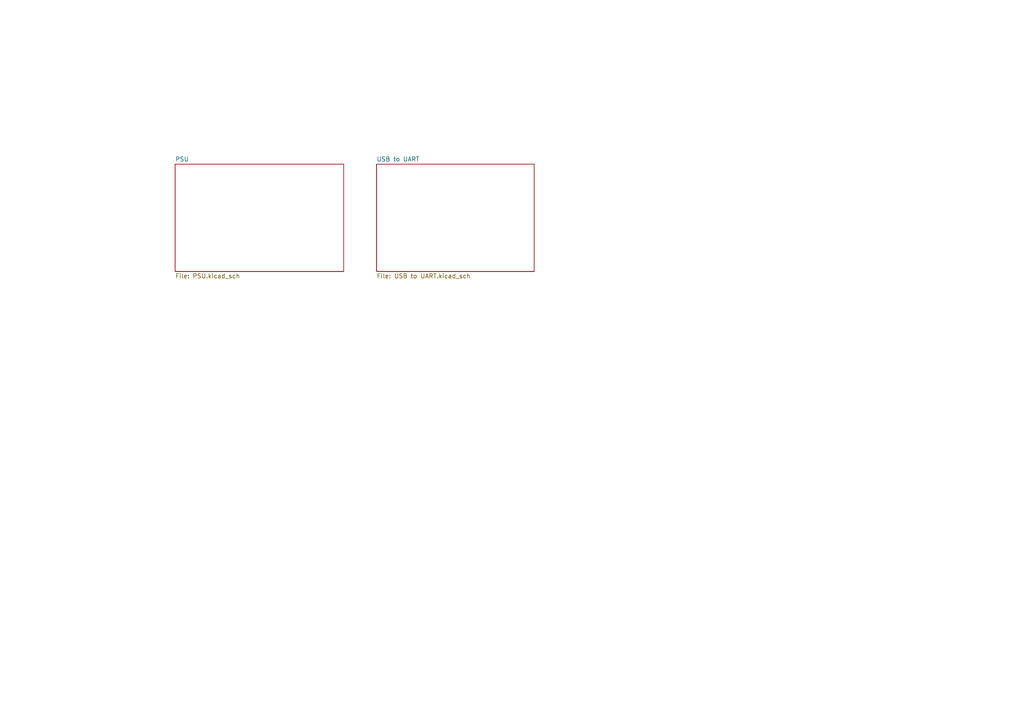
<source format=kicad_sch>
(kicad_sch
	(version 20250114)
	(generator "eeschema")
	(generator_version "9.0")
	(uuid "f920e93b-95ee-4af6-9f82-c0622995e5f2")
	(paper "A4")
	(lib_symbols)
	(sheet
		(at 109.22 47.625)
		(size 45.72 31.115)
		(exclude_from_sim no)
		(in_bom yes)
		(on_board yes)
		(dnp no)
		(fields_autoplaced yes)
		(stroke
			(width 0.1524)
			(type solid)
		)
		(fill
			(color 0 0 0 0.0000)
		)
		(uuid "41783f59-43e8-499c-b7d8-f4f3c08fd097")
		(property "Sheetname" "USB to UART"
			(at 109.22 46.9134 0)
			(effects
				(font
					(size 1.27 1.27)
				)
				(justify left bottom)
			)
		)
		(property "Sheetfile" "USB to UART.kicad_sch"
			(at 109.22 79.3246 0)
			(effects
				(font
					(size 1.27 1.27)
				)
				(justify left top)
			)
		)
		(instances
			(project "RF MCU Dev Board"
				(path "/f920e93b-95ee-4af6-9f82-c0622995e5f2"
					(page "3")
				)
			)
		)
	)
	(sheet
		(at 50.8 47.625)
		(size 48.895 31.115)
		(exclude_from_sim no)
		(in_bom yes)
		(on_board yes)
		(dnp no)
		(fields_autoplaced yes)
		(stroke
			(width 0.1524)
			(type solid)
		)
		(fill
			(color 0 0 0 0.0000)
		)
		(uuid "73f65191-0ee8-4208-aecd-529c04a963fa")
		(property "Sheetname" "PSU"
			(at 50.8 46.9134 0)
			(effects
				(font
					(size 1.27 1.27)
				)
				(justify left bottom)
			)
		)
		(property "Sheetfile" "PSU.kicad_sch"
			(at 50.8 79.3246 0)
			(effects
				(font
					(size 1.27 1.27)
				)
				(justify left top)
			)
		)
		(instances
			(project "RF MCU Dev Board"
				(path "/f920e93b-95ee-4af6-9f82-c0622995e5f2"
					(page "2")
				)
			)
		)
	)
	(sheet_instances
		(path "/"
			(page "1")
		)
	)
	(embedded_fonts no)
)

</source>
